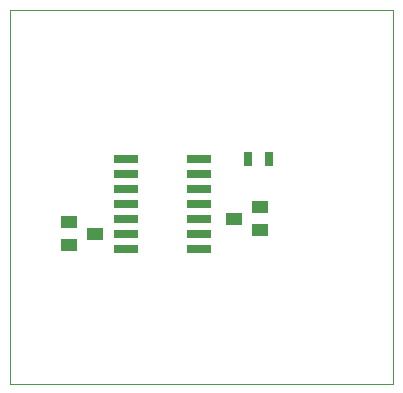
<source format=gtp>
G75*
%MOIN*%
%OFA0B0*%
%FSLAX24Y24*%
%IPPOS*%
%LPD*%
%AMOC8*
5,1,8,0,0,1.08239X$1,22.5*
%
%ADD10C,0.0000*%
%ADD11R,0.0800X0.0260*%
%ADD12R,0.0315X0.0472*%
%ADD13R,0.0551X0.0394*%
D10*
X000480Y004962D02*
X000480Y017432D01*
X013272Y017432D01*
X013272Y004962D01*
X000480Y004962D01*
D11*
X004370Y009462D03*
X004370Y009962D03*
X004370Y010462D03*
X004370Y010962D03*
X004370Y011462D03*
X004370Y011962D03*
X004370Y012462D03*
X006790Y012462D03*
X006790Y011962D03*
X006790Y011462D03*
X006790Y010962D03*
X006790Y010462D03*
X006790Y009962D03*
X006790Y009462D03*
D12*
X008426Y012462D03*
X009134Y012462D03*
D13*
X008813Y010836D03*
X008813Y010088D03*
X007947Y010462D03*
X003313Y009962D03*
X002447Y010336D03*
X002447Y009588D03*
M02*

</source>
